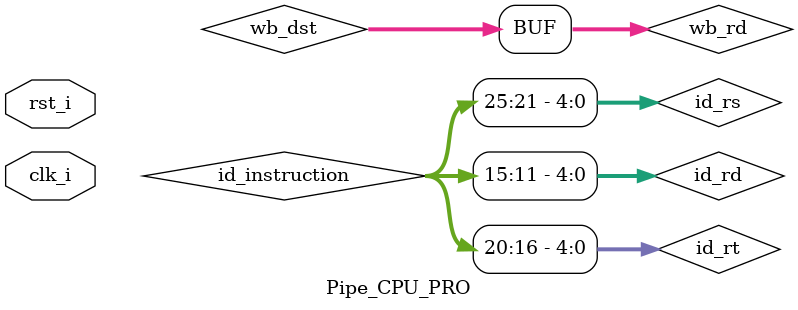
<source format=v>
`include "Adder.v"
`include "ALU_Ctrl.v"
`include "ALU.v"
`include "Data_Memory.v"
`include "Decoder.v"
`include "Forwarding_Unit.v"
`include "Hazard_Detection.v"
`include "Instruction_Memory.v"
`include "MUX_2to1.v"
`include "MUX_3to1.v"
`include "Reg_File.v"
`include "Shift_Left_Two_32.v"
`include "Sign_Extend.v"
`include "Pipe_Reg.v"
`include "ProgramCounter.v"

`timescale 1ns / 1ps

module Pipe_CPU_PRO(
    clk_i,
    rst_i
);
    
input clk_i;
input rst_i;

//############## IF stage ############################
wire [31:0] pc_current;
wire [31:0] pc_next;
wire [31:0] instruction;
wire [31:0] pc_plus4;
wire        pcwrite;      
wire        ifid_write;   
wire        ifid_flush;   

assign pc_next = mem_taken ? mem_branch_target : pc_plus4;
wire hazard_ifid_flush;
wire hazard_idex_flush;
assign ifid_flush = hazard_ifid_flush | mem_taken;
assign idex_flush = hazard_idex_flush | mem_taken;

ProgramCounter PC(
    .clk_i(clk_i),
    .rst_i(rst_i),
    .pc_in_i(pc_next),
    .pc_out_o(pc_current),
    .pc_write(pcwrite)
);

Instruction_Memory IM(
    .addr_i(pc_current),
    .instr_o(instruction)
);

Adder PC_Plus4(
    .src1_i(pc_current),
    .src2_i(32'd4),
    .sum_o(pc_plus4)
);

Pipe_Reg #(.size(64)) IF_ID (
    .clk_i(clk_i),
    .rst_i(rst_i),
    .flush(ifid_flush),
    .write(ifid_write),
    .data_i({pc_plus4, instruction}),
    .data_o({id_pc_plus4, id_instruction})
);

// ######### ID stage ########################
wire [31:0] id_pc_plus4;       
wire [31:0] id_instruction;    

wire [1:0]  id_aluop;
wire        id_alusrc;
wire        id_regwrite;
wire        id_regdst;
wire        id_branch;
wire        id_memread;
wire        id_memwrite;
wire        id_memtoreg;
wire        id_branchtype;

wire [31:0] id_regdata1;
wire [31:0] id_regdata2;
wire [4:0]  id_rs;  
wire [4:0]  id_rt;  
wire [4:0]  id_rd;  

wire [31:0] id_signimm;

wire        idex_flush;

wire [31:0] ex_pc_plus4;
wire [31:0] ex_regdata1;
wire [31:0] ex_regdata2;
wire [31:0] ex_signimm;
wire [4:0]  ex_rs;
wire [4:0]  ex_rt;
wire [4:0]  ex_rd;
wire [1:0]  ex_aluop;
wire        ex_alusrc;
wire        ex_regwrite;
wire        ex_regdst;
wire        ex_branch;
wire        ex_memread;
wire        ex_memwrite;
wire        ex_memtoreg;
wire        ex_branchtype;

assign id_rs = id_instruction[25:21];
assign id_rt = id_instruction[20:16];
assign id_rd = id_instruction[15:11];

Decoder decoder(
    .instr_op_i(id_instruction[31:26]),
    .ALUOp_o(id_aluop),
    .ALUSrc_o(id_alusrc),
    .RegWrite_o(id_regwrite),
    .RegDst_o(id_regdst),
    .Branch_o(id_branch),
    .MemRead_o(id_memread),
    .MemWrite_o(id_memwrite),
    .MemtoReg_o(id_memtoreg),
    .BranchType_o(id_branchtype)
);

Reg_File RF(
    .clk_i(clk_i),
    .rst_i(rst_i),
    .RSaddr_i(id_rs),
    .RTaddr_i(id_rt),
    .RDaddr_i(wb_rd),         
    .RDdata_i(wb_writedata),  
    .RegWrite_i(wb_regwrite), 
    .RSdata_o(id_regdata1),
    .RTdata_o(id_regdata2)
);

Sign_Extend sign_ext(
    .data_i(id_instruction[15:0]),
    .data_o(id_signimm)
);

Hazard_Detection hazard(
    .memread(ex_memread),      
    .instr_i(id_instruction),
    .idex_regt(ex_rt),         
    .branch(id_branch),
    .pcwrite(pcwrite),
    .ifid_write(ifid_write),
    .ifid_flush(hazard_ifid_flush),
    .idex_flush(hazard_idex_flush),
    .exmem_flush(exmem_flush) 
);

Pipe_Reg #(.size(159)) ID_EX (
    .clk_i(clk_i),
    .rst_i(rst_i),
    .flush(idex_flush),
    .write(1'b1),
    .data_i({id_pc_plus4, id_regdata1, id_regdata2, id_signimm, id_rs, id_rt, id_rd, id_instruction[5:0], id_aluop, id_alusrc, id_regwrite, id_regdst, id_branch, id_memread, id_memwrite, id_memtoreg, id_branchtype}),
    .data_o({ex_pc_plus4, ex_regdata1, ex_regdata2, ex_signimm, ex_rs, ex_rt, ex_rd, ex_funct, ex_aluop, ex_alusrc, ex_regwrite, ex_regdst, ex_branch, ex_memread, ex_memwrite, ex_memtoreg, ex_branchtype})
);

// ######## EX stage ###########################
wire [1:0]  forwarda;
wire [1:0]  forwardb;
wire [31:0] alu_in1;
wire [31:0] alu_in2;
wire [31:0] alu_src2;
wire [3:0]  ex_aluctrl;
wire [31:0] alu_result;
wire        alu_zero;
wire [31:0] ex_branch_target;
wire [4:0]  ex_dst;
wire [31:0] mem_pc_plus4;
wire        mem_zero;
wire [31:0] mem_alu_result;
wire [31:0] mem_regdata2;
wire [4:0]  mem_dst;
wire        mem_regwrite;
wire        mem_memread;
wire        mem_memwrite;
wire        mem_memtoreg;
wire        mem_branch;
wire        mem_branchtype;
wire        exmem_flush;
wire [5:0]  ex_funct;

Forwarding_Unit forward_unit(
    .regwrite_mem(mem_regwrite),
    .regwrite_wb(wb_regwrite),
    .idex_regs(ex_rs),
    .idex_regt(ex_rt),
    .exmem_regd(mem_dst),
    .memwb_regd(wb_rd),
    .forwarda(forwarda),
    .forwardb(forwardb)
);

MUX_3to1 mux_alu_in1(
    .data0_i(ex_regdata1),    
    .data1_i(mem_alu_result), 
    .data2_i(wb_writedata),   
    .select_i(forwarda),
    .data_o(alu_in1)
);

MUX_3to1 mux_alu_in2(
    .data0_i(ex_regdata2),
    .data1_i(mem_alu_result),
    .data2_i(wb_writedata),
    .select_i(forwardb),
    .data_o(alu_in2)
);

MUX_2to1 mux_alusrc(
    .data0_i(alu_in2),
    .data1_i(ex_signimm),
    .select_i(ex_alusrc),
    .data_o(alu_src2)
);

ALU_Ctrl alu_ctrl(
    .funct_i(ex_funct), 
    .ALUOp_i(ex_aluop),
    .ALUCtrl_o(ex_aluctrl)
);

ALU alu(
    .src1_i(alu_in1),
    .src2_i(alu_src2),
    .ctrl_i(ex_aluctrl),
    .result_o(alu_result),
    .zero_o(alu_zero)
);

wire [31:0] ex_signimm_shifted;
Shift_Left_Two_32 shift_left2(
    .data_i(ex_signimm),
    .data_o(ex_signimm_shifted)
);
Adder branch_addr_adder(
    .src1_i(ex_pc_plus4),
    .src2_i(ex_signimm_shifted),
    .sum_o(ex_branch_target)
);

MUX_2to1 #(.WIDTH(5)) mux_regdst(
    .data0_i(ex_rt),
    .data1_i(ex_rd),
    .select_i(ex_regdst),
    .data_o(ex_dst)
);

Pipe_Reg #(.size(32+32+32+32+1+5+1+1+1+1+1+1)) EX_MEM (
    .clk_i(clk_i),
    .rst_i(rst_i),
    .flush(exmem_flush),
    .write(1'b1),
    .data_i({ex_pc_plus4, alu_result, alu_in2, ex_branch_target, alu_zero, ex_dst, ex_regwrite, ex_memread, ex_memwrite, ex_memtoreg, ex_branch, ex_branchtype}),
    .data_o({mem_pc_plus4, mem_alu_result, mem_regdata2, mem_branch_target, mem_zero, mem_dst, mem_regwrite, mem_memread, mem_memwrite, mem_memtoreg, mem_branch, mem_branchtype})
);


// ######### MEM stage ###################
wire [31:0] mem_branch_target; 
wire [31:0] mem_readdata;     
wire        mem_taken;        
wire        mem_flush;        
wire [31:0] wb_pc_plus4;
wire [31:0] wb_memdata;
wire [31:0] wb_alu_result;
wire [4:0]  wb_dst;
wire        wb_memtoreg;
wire [31:0] mem_addr_word;
assign mem_addr_word = mem_alu_result;
assign mem_taken = (mem_branch && (
                        (mem_branchtype == 1'b0 && mem_zero) ||
                        (mem_branchtype == 1'b1 && ~mem_zero)    
                    ));

Data_Memory DM(
    .clk_i(clk_i),
    .addr_i(mem_addr_word),
    .data_i(mem_regdata2),
    .MemRead_i(mem_memread),
    .MemWrite_i(mem_memwrite),
    .data_o(mem_readdata)
);

Pipe_Reg #(.size(32+32+32+5+1+1)) MEM_WB (
    .clk_i(clk_i),
    .rst_i(rst_i),
    .flush(1'b0),
    .write(1'b1),
    .data_i({mem_pc_plus4, mem_readdata, mem_alu_result, mem_dst, mem_regwrite, mem_memtoreg}),
    .data_o({wb_pc_plus4, wb_memdata, wb_alu_result, wb_dst, wb_regwrite, wb_memtoreg})
);

// ########## WB stage #######################
wire [4:0]  wb_rd;
wire [31:0] wb_writedata;
wire        wb_regwrite;

MUX_2to1 mux_memtoreg(
    .data0_i(wb_alu_result),
    .data1_i(wb_memdata),
    .select_i(wb_memtoreg),
    .data_o(wb_writedata)
);

assign wb_rd = wb_dst;

endmodule
</source>
